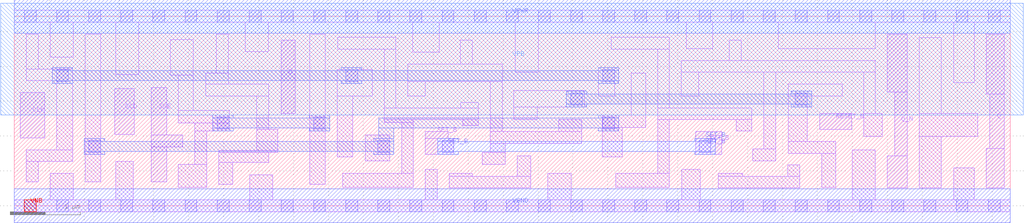
<source format=lef>
# Copyright 2020 The SkyWater PDK Authors
#
# Licensed under the Apache License, Version 2.0 (the "License");
# you may not use this file except in compliance with the License.
# You may obtain a copy of the License at
#
#     https://www.apache.org/licenses/LICENSE-2.0
#
# Unless required by applicable law or agreed to in writing, software
# distributed under the License is distributed on an "AS IS" BASIS,
# WITHOUT WARRANTIES OR CONDITIONS OF ANY KIND, either express or implied.
# See the License for the specific language governing permissions and
# limitations under the License.
#
# SPDX-License-Identifier: Apache-2.0

VERSION 5.7 ;
  NOWIREEXTENSIONATPIN ON ;
  DIVIDERCHAR "/" ;
  BUSBITCHARS "[]" ;
MACRO sky130_fd_sc_hd__sdfbbp_1
  CLASS CORE ;
  FOREIGN sky130_fd_sc_hd__sdfbbp_1 ;
  ORIGIN  0.000000  0.000000 ;
  SIZE  14.26000 BY  2.720000 ;
  SYMMETRY X Y R90 ;
  SITE unithd ;
  PIN D
    ANTENNAGATEAREA  0.126000 ;
    DIRECTION INPUT ;
    USE SIGNAL ;
    PORT
      LAYER li1 ;
        RECT 3.825000 1.325000 4.025000 2.375000 ;
    END
  END D
  PIN Q
    ANTENNADIFFAREA  0.429000 ;
    DIRECTION OUTPUT ;
    USE SIGNAL ;
    PORT
      LAYER li1 ;
        RECT 13.915000 0.255000 14.175000 0.825000 ;
        RECT 13.915000 1.605000 14.175000 2.465000 ;
        RECT 13.965000 0.825000 14.175000 1.605000 ;
    END
  END Q
  PIN Q_N
    ANTENNADIFFAREA  0.429000 ;
    DIRECTION OUTPUT ;
    USE SIGNAL ;
    PORT
      LAYER li1 ;
        RECT 12.500000 0.255000 12.785000 0.715000 ;
        RECT 12.500000 1.630000 12.785000 2.465000 ;
        RECT 12.605000 0.715000 12.785000 1.630000 ;
    END
  END Q_N
  PIN RESET_B
    ANTENNAGATEAREA  0.159000 ;
    DIRECTION INPUT ;
    USE SIGNAL ;
    PORT
      LAYER li1 ;
        RECT 11.535000 1.095000 11.990000 1.325000 ;
    END
  END RESET_B
  PIN SCD
    ANTENNAGATEAREA  0.159000 ;
    DIRECTION INPUT ;
    USE SIGNAL ;
    PORT
      LAYER li1 ;
        RECT 1.440000 1.025000 1.720000 1.685000 ;
    END
  END SCD
  PIN SCE
    ANTENNAGATEAREA  0.252000 ;
    DIRECTION INPUT ;
    USE SIGNAL ;
    PORT
      LAYER li1 ;
        RECT 1.960000 0.345000 2.180000 0.845000 ;
        RECT 1.960000 0.845000 2.415000 1.015000 ;
        RECT 1.960000 1.015000 2.180000 1.695000 ;
    END
  END SCE
  PIN SET_B
    ANTENNAGATEAREA  0.252000 ;
    DIRECTION INPUT ;
    USE SIGNAL ;
    PORT
      LAYER li1 ;
        RECT 5.885000 0.735000 6.295000 0.965000 ;
        RECT 5.885000 0.965000 6.215000 1.065000 ;
      LAYER mcon ;
        RECT 6.125000 0.765000 6.295000 0.935000 ;
    END
    PORT
      LAYER li1 ;
        RECT 9.755000 0.735000 10.130000 1.065000 ;
      LAYER mcon ;
        RECT 9.805000 0.765000 9.975000 0.935000 ;
    END
    PORT
      LAYER met1 ;
        RECT 6.065000 0.735000  6.355000 0.780000 ;
        RECT 6.065000 0.780000 10.035000 0.920000 ;
        RECT 6.065000 0.920000  6.355000 0.965000 ;
        RECT 9.745000 0.735000 10.035000 0.780000 ;
        RECT 9.745000 0.920000 10.035000 0.965000 ;
    END
  END SET_B
  PIN CLK
    ANTENNAGATEAREA  0.159000 ;
    DIRECTION INPUT ;
    USE CLOCK ;
    PORT
      LAYER li1 ;
        RECT 0.085000 0.975000 0.435000 1.625000 ;
    END
  END CLK
  PIN VGND
    DIRECTION INOUT ;
    SHAPE ABUTMENT ;
    USE GROUND ;
    PORT
      LAYER met1 ;
        RECT 0.000000 -0.240000 14.260000 0.240000 ;
    END
  END VGND
  PIN VNB
    DIRECTION INOUT ;
    USE GROUND ;
    PORT
      LAYER pwell ;
        RECT 0.145000 -0.085000 0.315000 0.085000 ;
    END
  END VNB
  PIN VPB
    DIRECTION INOUT ;
    USE POWER ;
    PORT
      LAYER nwell ;
        RECT -0.190000 1.305000 14.450000 2.910000 ;
    END
  END VPB
  PIN VPWR
    DIRECTION INOUT ;
    SHAPE ABUTMENT ;
    USE POWER ;
    PORT
      LAYER met1 ;
        RECT 0.000000 2.480000 14.260000 2.960000 ;
    END
  END VPWR
  OBS
    LAYER li1 ;
      RECT  0.000000 -0.085000 14.260000 0.085000 ;
      RECT  0.000000  2.635000 14.260000 2.805000 ;
      RECT  0.170000  0.345000  0.345000 0.635000 ;
      RECT  0.170000  0.635000  0.835000 0.805000 ;
      RECT  0.170000  1.795000  0.835000 1.965000 ;
      RECT  0.170000  1.965000  0.345000 2.465000 ;
      RECT  0.515000  0.085000  0.845000 0.465000 ;
      RECT  0.515000  2.135000  0.845000 2.635000 ;
      RECT  0.605000  0.805000  0.835000 1.795000 ;
      RECT  1.015000  0.345000  1.240000 2.465000 ;
      RECT  1.455000  0.085000  1.705000 0.635000 ;
      RECT  1.455000  1.885000  1.785000 2.635000 ;
      RECT  2.235000  1.875000  2.565000 2.385000 ;
      RECT  2.350000  0.265000  2.755000 0.595000 ;
      RECT  2.350000  1.185000  3.075000 1.365000 ;
      RECT  2.350000  1.365000  2.565000 1.875000 ;
      RECT  2.585000  0.595000  2.755000 1.075000 ;
      RECT  2.585000  1.075000  3.075000 1.185000 ;
      RECT  2.745000  1.575000  3.645000 1.745000 ;
      RECT  2.745000  1.745000  3.065000 1.905000 ;
      RECT  2.895000  1.905000  3.065000 2.465000 ;
      RECT  2.925000  0.305000  3.125000 0.625000 ;
      RECT  2.925000  0.625000  3.645000 0.765000 ;
      RECT  2.925000  0.765000  3.770000 0.795000 ;
      RECT  3.310000  2.215000  3.640000 2.635000 ;
      RECT  3.370000  0.085000  3.700000 0.445000 ;
      RECT  3.475000  0.795000  3.770000 1.095000 ;
      RECT  3.475000  1.095000  3.645000 1.575000 ;
      RECT  4.230000  0.305000  4.455000 2.465000 ;
      RECT  4.625000  0.705000  4.845000 1.575000 ;
      RECT  4.625000  1.575000  5.125000 1.955000 ;
      RECT  4.635000  2.250000  5.465000 2.420000 ;
      RECT  4.700000  0.265000  5.715000 0.465000 ;
      RECT  5.025000  0.645000  5.375000 1.015000 ;
      RECT  5.295000  1.195000  5.715000 1.235000 ;
      RECT  5.295000  1.235000  6.645000 1.405000 ;
      RECT  5.295000  1.405000  5.465000 2.250000 ;
      RECT  5.545000  0.465000  5.715000 1.195000 ;
      RECT  5.635000  1.575000  5.885000 1.785000 ;
      RECT  5.635000  1.785000  6.985000 2.035000 ;
      RECT  5.705000  2.205000  6.085000 2.635000 ;
      RECT  5.885000  0.085000  6.055000 0.525000 ;
      RECT  6.225000  0.255000  7.395000 0.425000 ;
      RECT  6.225000  0.425000  6.555000 0.465000 ;
      RECT  6.385000  2.035000  6.555000 2.375000 ;
      RECT  6.395000  1.405000  6.645000 1.485000 ;
      RECT  6.425000  1.155000  6.645000 1.235000 ;
      RECT  6.700000  0.595000  7.030000 0.765000 ;
      RECT  6.815000  0.765000  7.030000 0.895000 ;
      RECT  6.815000  0.895000  8.125000 1.065000 ;
      RECT  6.815000  1.065000  6.985000 1.785000 ;
      RECT  7.155000  1.235000  7.485000 1.415000 ;
      RECT  7.155000  1.415000  8.160000 1.655000 ;
      RECT  7.175000  1.915000  7.505000 2.635000 ;
      RECT  7.200000  0.425000  7.395000 0.715000 ;
      RECT  7.640000  0.085000  7.975000 0.465000 ;
      RECT  7.795000  1.065000  8.125000 1.235000 ;
      RECT  8.360000  1.575000  8.595000 1.985000 ;
      RECT  8.420000  0.705000  8.705000 1.125000 ;
      RECT  8.420000  1.125000  9.040000 1.305000 ;
      RECT  8.550000  2.250000  9.380000 2.420000 ;
      RECT  8.615000  0.265000  9.380000 0.465000 ;
      RECT  8.835000  1.305000  9.040000 1.905000 ;
      RECT  9.210000  0.465000  9.380000 1.235000 ;
      RECT  9.210000  1.235000 10.560000 1.405000 ;
      RECT  9.210000  1.405000  9.380000 2.250000 ;
      RECT  9.550000  1.575000  9.800000 1.915000 ;
      RECT  9.550000  1.915000 12.330000 2.085000 ;
      RECT  9.560000  0.085000  9.820000 0.525000 ;
      RECT  9.620000  2.255000 10.000000 2.635000 ;
      RECT 10.080000  0.255000 11.250000 0.425000 ;
      RECT 10.080000  0.425000 10.430000 0.465000 ;
      RECT 10.240000  2.085000 10.410000 2.375000 ;
      RECT 10.340000  1.075000 10.560000 1.235000 ;
      RECT 10.575000  0.645000 10.905000 0.815000 ;
      RECT 10.730000  0.815000 10.905000 1.915000 ;
      RECT 10.940000  2.255000 12.330000 2.635000 ;
      RECT 11.075000  0.425000 11.250000 0.585000 ;
      RECT 11.080000  0.755000 11.765000 0.925000 ;
      RECT 11.080000  0.925000 11.355000 1.575000 ;
      RECT 11.080000  1.575000 11.855000 1.745000 ;
      RECT 11.565000  0.265000 11.765000 0.755000 ;
      RECT 12.000000  0.085000 12.330000 0.805000 ;
      RECT 12.160000  0.995000 12.425000 1.325000 ;
      RECT 12.160000  1.325000 12.330000 1.915000 ;
      RECT 12.960000  0.255000 13.275000 0.995000 ;
      RECT 12.960000  0.995000 13.795000 1.325000 ;
      RECT 12.960000  1.325000 13.275000 2.415000 ;
      RECT 13.450000  1.765000 13.745000 2.635000 ;
      RECT 13.455000  0.085000 13.745000 0.545000 ;
    LAYER mcon ;
      RECT  0.145000 -0.085000  0.315000 0.085000 ;
      RECT  0.145000  2.635000  0.315000 2.805000 ;
      RECT  0.605000 -0.085000  0.775000 0.085000 ;
      RECT  0.605000  1.785000  0.775000 1.955000 ;
      RECT  0.605000  2.635000  0.775000 2.805000 ;
      RECT  1.065000 -0.085000  1.235000 0.085000 ;
      RECT  1.065000  0.765000  1.235000 0.935000 ;
      RECT  1.065000  2.635000  1.235000 2.805000 ;
      RECT  1.525000 -0.085000  1.695000 0.085000 ;
      RECT  1.525000  2.635000  1.695000 2.805000 ;
      RECT  1.985000 -0.085000  2.155000 0.085000 ;
      RECT  1.985000  2.635000  2.155000 2.805000 ;
      RECT  2.445000 -0.085000  2.615000 0.085000 ;
      RECT  2.445000  2.635000  2.615000 2.805000 ;
      RECT  2.905000 -0.085000  3.075000 0.085000 ;
      RECT  2.905000  1.105000  3.075000 1.275000 ;
      RECT  2.905000  2.635000  3.075000 2.805000 ;
      RECT  3.365000 -0.085000  3.535000 0.085000 ;
      RECT  3.365000  2.635000  3.535000 2.805000 ;
      RECT  3.825000 -0.085000  3.995000 0.085000 ;
      RECT  3.825000  2.635000  3.995000 2.805000 ;
      RECT  4.285000 -0.085000  4.455000 0.085000 ;
      RECT  4.285000  1.105000  4.455000 1.275000 ;
      RECT  4.285000  2.635000  4.455000 2.805000 ;
      RECT  4.745000 -0.085000  4.915000 0.085000 ;
      RECT  4.745000  1.785000  4.915000 1.955000 ;
      RECT  4.745000  2.635000  4.915000 2.805000 ;
      RECT  5.205000 -0.085000  5.375000 0.085000 ;
      RECT  5.205000  0.765000  5.375000 0.935000 ;
      RECT  5.205000  2.635000  5.375000 2.805000 ;
      RECT  5.665000 -0.085000  5.835000 0.085000 ;
      RECT  5.665000  2.635000  5.835000 2.805000 ;
      RECT  6.125000 -0.085000  6.295000 0.085000 ;
      RECT  6.125000  2.635000  6.295000 2.805000 ;
      RECT  6.585000 -0.085000  6.755000 0.085000 ;
      RECT  6.585000  2.635000  6.755000 2.805000 ;
      RECT  7.045000 -0.085000  7.215000 0.085000 ;
      RECT  7.045000  2.635000  7.215000 2.805000 ;
      RECT  7.505000 -0.085000  7.675000 0.085000 ;
      RECT  7.505000  2.635000  7.675000 2.805000 ;
      RECT  7.965000 -0.085000  8.135000 0.085000 ;
      RECT  7.965000  1.445000  8.135000 1.615000 ;
      RECT  7.965000  2.635000  8.135000 2.805000 ;
      RECT  8.425000 -0.085000  8.595000 0.085000 ;
      RECT  8.425000  1.105000  8.595000 1.275000 ;
      RECT  8.425000  1.785000  8.595000 1.955000 ;
      RECT  8.425000  2.635000  8.595000 2.805000 ;
      RECT  8.885000 -0.085000  9.055000 0.085000 ;
      RECT  8.885000  2.635000  9.055000 2.805000 ;
      RECT  9.345000 -0.085000  9.515000 0.085000 ;
      RECT  9.345000  2.635000  9.515000 2.805000 ;
      RECT  9.805000 -0.085000  9.975000 0.085000 ;
      RECT  9.805000  2.635000  9.975000 2.805000 ;
      RECT 10.265000 -0.085000 10.435000 0.085000 ;
      RECT 10.265000  2.635000 10.435000 2.805000 ;
      RECT 10.725000 -0.085000 10.895000 0.085000 ;
      RECT 10.725000  2.635000 10.895000 2.805000 ;
      RECT 11.185000 -0.085000 11.355000 0.085000 ;
      RECT 11.185000  1.445000 11.355000 1.615000 ;
      RECT 11.185000  2.635000 11.355000 2.805000 ;
      RECT 11.645000 -0.085000 11.815000 0.085000 ;
      RECT 11.645000  2.635000 11.815000 2.805000 ;
      RECT 12.105000 -0.085000 12.275000 0.085000 ;
      RECT 12.105000  2.635000 12.275000 2.805000 ;
      RECT 12.565000 -0.085000 12.735000 0.085000 ;
      RECT 12.565000  2.635000 12.735000 2.805000 ;
      RECT 13.025000 -0.085000 13.195000 0.085000 ;
      RECT 13.025000  2.635000 13.195000 2.805000 ;
      RECT 13.485000 -0.085000 13.655000 0.085000 ;
      RECT 13.485000  2.635000 13.655000 2.805000 ;
      RECT 13.945000 -0.085000 14.115000 0.085000 ;
      RECT 13.945000  2.635000 14.115000 2.805000 ;
    LAYER met1 ;
      RECT  0.545000 1.755000  0.835000 1.800000 ;
      RECT  0.545000 1.800000  8.655000 1.940000 ;
      RECT  0.545000 1.940000  0.835000 1.985000 ;
      RECT  1.005000 0.735000  1.295000 0.780000 ;
      RECT  1.005000 0.780000  5.435000 0.920000 ;
      RECT  1.005000 0.920000  1.295000 0.965000 ;
      RECT  2.845000 1.075000  3.135000 1.120000 ;
      RECT  2.845000 1.120000  4.515000 1.260000 ;
      RECT  2.845000 1.260000  3.135000 1.305000 ;
      RECT  4.225000 1.075000  4.515000 1.120000 ;
      RECT  4.225000 1.260000  4.515000 1.305000 ;
      RECT  4.685000 1.755000  4.975000 1.800000 ;
      RECT  4.685000 1.940000  4.975000 1.985000 ;
      RECT  5.145000 0.735000  5.435000 0.780000 ;
      RECT  5.145000 0.920000  5.435000 0.965000 ;
      RECT  5.220000 0.965000  5.435000 1.120000 ;
      RECT  5.220000 1.120000  8.655000 1.260000 ;
      RECT  7.905000 1.415000  8.195000 1.460000 ;
      RECT  7.905000 1.460000 11.415000 1.600000 ;
      RECT  7.905000 1.600000  8.195000 1.645000 ;
      RECT  8.365000 1.075000  8.655000 1.120000 ;
      RECT  8.365000 1.260000  8.655000 1.305000 ;
      RECT  8.365000 1.755000  8.655000 1.800000 ;
      RECT  8.365000 1.940000  8.655000 1.985000 ;
      RECT 11.125000 1.415000 11.415000 1.460000 ;
      RECT 11.125000 1.600000 11.415000 1.645000 ;
  END
END sky130_fd_sc_hd__sdfbbp_1
END LIBRARY

</source>
